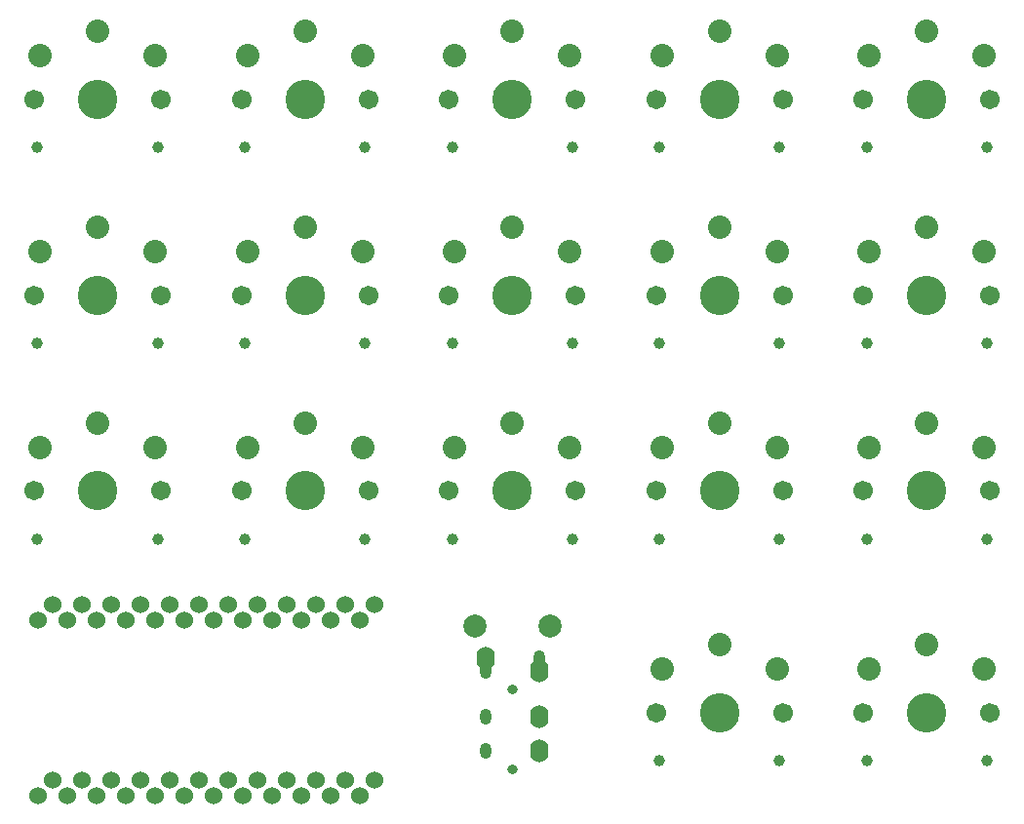
<source format=gts>
%TF.GenerationSoftware,KiCad,Pcbnew,(5.1.12)-1*%
%TF.CreationDate,2021-11-30T03:04:48-08:00*%
%TF.ProjectId,orthodox_v2,6f727468-6f64-46f7-985f-76322e6b6963,rev?*%
%TF.SameCoordinates,Original*%
%TF.FileFunction,Soldermask,Top*%
%TF.FilePolarity,Negative*%
%FSLAX46Y46*%
G04 Gerber Fmt 4.6, Leading zero omitted, Abs format (unit mm)*
G04 Created by KiCad (PCBNEW (5.1.12)-1) date 2021-11-30 03:04:48*
%MOMM*%
%LPD*%
G01*
G04 APERTURE LIST*
%ADD10C,1.701800*%
%ADD11C,0.990600*%
%ADD12C,2.032000*%
%ADD13C,3.429000*%
%ADD14C,0.800000*%
%ADD15O,1.000000X1.400000*%
%ADD16C,2.000000*%
%ADD17C,1.524000*%
%ADD18O,1.600000X2.000000*%
G04 APERTURE END LIST*
D10*
%TO.C,MX6*%
X133761000Y-111649900D03*
X122761000Y-111649900D03*
D11*
X123041000Y-115849900D03*
D12*
X128261000Y-105749900D03*
X133261000Y-107849900D03*
D13*
X128261000Y-111649900D03*
D12*
X123261000Y-107849900D03*
D11*
X133481000Y-115849900D03*
%TD*%
D14*
%TO.C,U2*%
X146281000Y-128854900D03*
X146281000Y-135854900D03*
D15*
X143981000Y-134254900D03*
X143981000Y-131254900D03*
X143981000Y-127254900D03*
X148581000Y-126154900D03*
%TD*%
D11*
%TO.C,MX1*%
X115481000Y-81849900D03*
D12*
X105261000Y-73849900D03*
D13*
X110261000Y-77649900D03*
D12*
X115261000Y-73849900D03*
X110261000Y-71749900D03*
D11*
X105041000Y-81849900D03*
D10*
X104761000Y-77649900D03*
X115761000Y-77649900D03*
%TD*%
%TO.C,MX2*%
X115761000Y-94649900D03*
X104761000Y-94649900D03*
D11*
X105041000Y-98849900D03*
D12*
X110261000Y-88749900D03*
X115261000Y-90849900D03*
D13*
X110261000Y-94649900D03*
D12*
X105261000Y-90849900D03*
D11*
X115481000Y-98849900D03*
%TD*%
D10*
%TO.C,MX3*%
X115761000Y-111649900D03*
X104761000Y-111649900D03*
D11*
X105041000Y-115849900D03*
D12*
X110261000Y-105749900D03*
X115261000Y-107849900D03*
D13*
X110261000Y-111649900D03*
D12*
X105261000Y-107849900D03*
D11*
X115481000Y-115849900D03*
%TD*%
D10*
%TO.C,MX4*%
X133761000Y-77649900D03*
X122761000Y-77649900D03*
D11*
X123041000Y-81849900D03*
D12*
X128261000Y-71749900D03*
X133261000Y-73849900D03*
D13*
X128261000Y-77649900D03*
D12*
X123261000Y-73849900D03*
D11*
X133481000Y-81849900D03*
%TD*%
%TO.C,MX5*%
X133481000Y-98849900D03*
D12*
X123261000Y-90849900D03*
D13*
X128261000Y-94649900D03*
D12*
X133261000Y-90849900D03*
X128261000Y-88749900D03*
D11*
X123041000Y-98849900D03*
D10*
X122761000Y-94649900D03*
X133761000Y-94649900D03*
%TD*%
D11*
%TO.C,MX7*%
X151481000Y-81849900D03*
D12*
X141261000Y-73849900D03*
D13*
X146261000Y-77649900D03*
D12*
X151261000Y-73849900D03*
X146261000Y-71749900D03*
D11*
X141041000Y-81849900D03*
D10*
X140761000Y-77649900D03*
X151761000Y-77649900D03*
%TD*%
%TO.C,MX8*%
X151761000Y-94649900D03*
X140761000Y-94649900D03*
D11*
X141041000Y-98849900D03*
D12*
X146261000Y-88749900D03*
X151261000Y-90849900D03*
D13*
X146261000Y-94649900D03*
D12*
X141261000Y-90849900D03*
D11*
X151481000Y-98849900D03*
%TD*%
D10*
%TO.C,MX9*%
X151761000Y-111649900D03*
X140761000Y-111649900D03*
D11*
X141041000Y-115849900D03*
D12*
X146261000Y-105749900D03*
X151261000Y-107849900D03*
D13*
X146261000Y-111649900D03*
D12*
X141261000Y-107849900D03*
D11*
X151481000Y-115849900D03*
%TD*%
D10*
%TO.C,MX10*%
X169761000Y-77649900D03*
X158761000Y-77649900D03*
D11*
X159041000Y-81849900D03*
D12*
X164261000Y-71749900D03*
X169261000Y-73849900D03*
D13*
X164261000Y-77649900D03*
D12*
X159261000Y-73849900D03*
D11*
X169481000Y-81849900D03*
%TD*%
%TO.C,MX11*%
X169481000Y-98849900D03*
D12*
X159261000Y-90849900D03*
D13*
X164261000Y-94649900D03*
D12*
X169261000Y-90849900D03*
X164261000Y-88749900D03*
D11*
X159041000Y-98849900D03*
D10*
X158761000Y-94649900D03*
X169761000Y-94649900D03*
%TD*%
%TO.C,MX12*%
X169761000Y-111649900D03*
X158761000Y-111649900D03*
D11*
X159041000Y-115849900D03*
D12*
X164261000Y-105749900D03*
X169261000Y-107849900D03*
D13*
X164261000Y-111649900D03*
D12*
X159261000Y-107849900D03*
D11*
X169481000Y-115849900D03*
%TD*%
%TO.C,MX13*%
X169481000Y-135099900D03*
D12*
X159261000Y-127099900D03*
D13*
X164261000Y-130899900D03*
D12*
X169261000Y-127099900D03*
X164261000Y-124999900D03*
D11*
X159041000Y-135099900D03*
D10*
X158761000Y-130899900D03*
X169761000Y-130899900D03*
%TD*%
D11*
%TO.C,MX14*%
X187481000Y-81849900D03*
D12*
X177261000Y-73849900D03*
D13*
X182261000Y-77649900D03*
D12*
X187261000Y-73849900D03*
X182261000Y-71749900D03*
D11*
X177041000Y-81849900D03*
D10*
X176761000Y-77649900D03*
X187761000Y-77649900D03*
%TD*%
%TO.C,MX15*%
X187761000Y-94649900D03*
X176761000Y-94649900D03*
D11*
X177041000Y-98849900D03*
D12*
X182261000Y-88749900D03*
X187261000Y-90849900D03*
D13*
X182261000Y-94649900D03*
D12*
X177261000Y-90849900D03*
D11*
X187481000Y-98849900D03*
%TD*%
%TO.C,MX16*%
X187481000Y-115849900D03*
D12*
X177261000Y-107849900D03*
D13*
X182261000Y-111649900D03*
D12*
X187261000Y-107849900D03*
X182261000Y-105749900D03*
D11*
X177041000Y-115849900D03*
D10*
X176761000Y-111649900D03*
X187761000Y-111649900D03*
%TD*%
%TO.C,MX17*%
X187761000Y-130899900D03*
X176761000Y-130899900D03*
D11*
X177041000Y-135099900D03*
D12*
X182261000Y-124999900D03*
X187261000Y-127099900D03*
D13*
X182261000Y-130899900D03*
D12*
X177261000Y-127099900D03*
D11*
X187481000Y-135099900D03*
%TD*%
D16*
%TO.C,SW1*%
X143011000Y-123350000D03*
X149511000Y-123350000D03*
%TD*%
D17*
%TO.C,U1*%
X106353000Y-136799900D03*
X108893000Y-136799900D03*
X111433000Y-136799900D03*
X113973000Y-136799900D03*
X116513000Y-136799900D03*
X119053000Y-136799900D03*
X121593000Y-136799900D03*
X124133000Y-136799900D03*
X126673000Y-136799900D03*
X129213000Y-136799900D03*
X131753000Y-136799900D03*
X134293000Y-136799900D03*
X134293000Y-121559900D03*
X131753000Y-121559900D03*
X129213000Y-121559900D03*
X126673000Y-121559900D03*
X124133000Y-121559900D03*
X121593000Y-121559900D03*
X119053000Y-121559900D03*
X116513000Y-121559900D03*
X113973000Y-121559900D03*
X111433000Y-121559900D03*
X108893000Y-121559900D03*
X106353000Y-121559900D03*
X105083000Y-138106300D03*
X107623000Y-138106300D03*
X110163000Y-138106300D03*
X112703000Y-138106300D03*
X115243000Y-138106300D03*
X117783000Y-138106300D03*
X120323000Y-138106300D03*
X122863000Y-138106300D03*
X125403000Y-138106300D03*
X127943000Y-138106300D03*
X130483000Y-138106300D03*
X133023000Y-138106300D03*
X133023000Y-122886300D03*
X130483000Y-122886300D03*
X127943000Y-122886300D03*
X125403000Y-122886300D03*
X122863000Y-122886300D03*
X120323000Y-122886300D03*
X117783000Y-122886300D03*
X115243000Y-122886300D03*
X112703000Y-122886300D03*
X110163000Y-122886300D03*
X107623000Y-122886300D03*
X105083000Y-122886300D03*
%TD*%
D18*
%TO.C,U3*%
X143986000Y-126154900D03*
X148586000Y-127254900D03*
X148586000Y-134254900D03*
D14*
X146286000Y-128854900D03*
X146286000Y-135854900D03*
D18*
X148586000Y-131254900D03*
%TD*%
M02*

</source>
